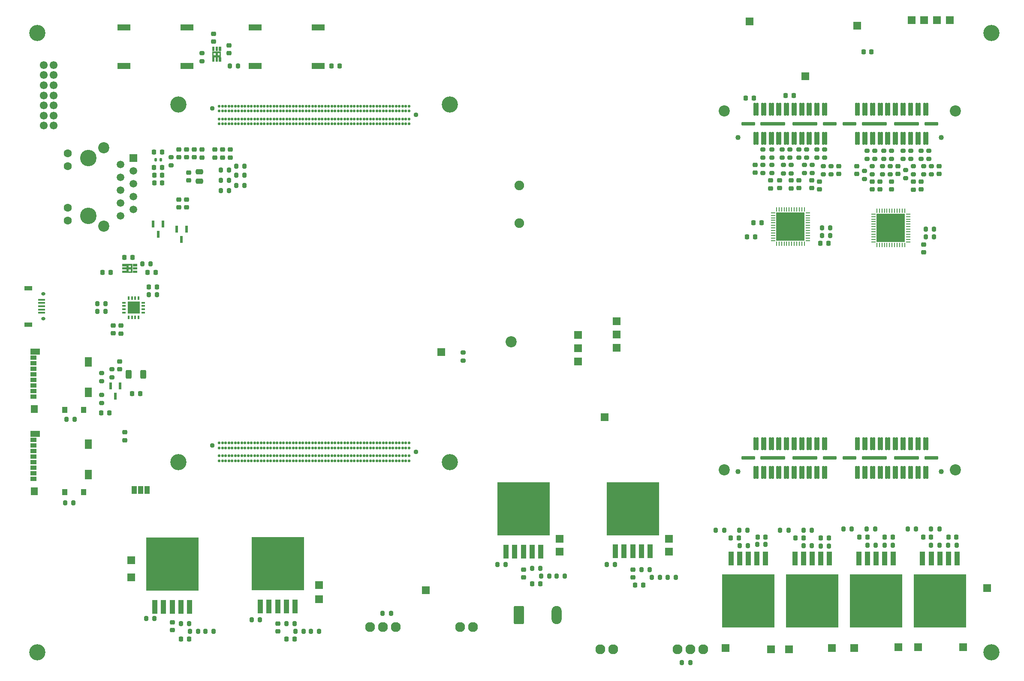
<source format=gts>
%TF.GenerationSoftware,KiCad,Pcbnew,9.0.2*%
%TF.CreationDate,2025-10-03T13:51:35-05:00*%
%TF.ProjectId,PSEC5_Ctrl_Board,50534543-355f-4437-9472-6c5f426f6172,rev?*%
%TF.SameCoordinates,Original*%
%TF.FileFunction,Soldermask,Top*%
%TF.FilePolarity,Negative*%
%FSLAX46Y46*%
G04 Gerber Fmt 4.6, Leading zero omitted, Abs format (unit mm)*
G04 Created by KiCad (PCBNEW 9.0.2) date 2025-10-03 13:51:35*
%MOMM*%
%LPD*%
G01*
G04 APERTURE LIST*
G04 Aperture macros list*
%AMRoundRect*
0 Rectangle with rounded corners*
0 $1 Rounding radius*
0 $2 $3 $4 $5 $6 $7 $8 $9 X,Y pos of 4 corners*
0 Add a 4 corners polygon primitive as box body*
4,1,4,$2,$3,$4,$5,$6,$7,$8,$9,$2,$3,0*
0 Add four circle primitives for the rounded corners*
1,1,$1+$1,$2,$3*
1,1,$1+$1,$4,$5*
1,1,$1+$1,$6,$7*
1,1,$1+$1,$8,$9*
0 Add four rect primitives between the rounded corners*
20,1,$1+$1,$2,$3,$4,$5,0*
20,1,$1+$1,$4,$5,$6,$7,0*
20,1,$1+$1,$6,$7,$8,$9,0*
20,1,$1+$1,$8,$9,$2,$3,0*%
G04 Aperture macros list end*
%ADD10C,0.000000*%
%ADD11R,1.500000X1.500000*%
%ADD12C,1.955800*%
%ADD13RoundRect,0.200000X0.275000X-0.200000X0.275000X0.200000X-0.275000X0.200000X-0.275000X-0.200000X0*%
%ADD14RoundRect,0.200000X-0.275000X0.200000X-0.275000X-0.200000X0.275000X-0.200000X0.275000X0.200000X0*%
%ADD15R,2.500000X1.200000*%
%ADD16C,3.250000*%
%ADD17C,1.500000*%
%ADD18C,1.600000*%
%ADD19C,2.200000*%
%ADD20RoundRect,0.200000X0.200000X0.275000X-0.200000X0.275000X-0.200000X-0.275000X0.200000X-0.275000X0*%
%ADD21RoundRect,0.225000X-0.225000X-0.250000X0.225000X-0.250000X0.225000X0.250000X-0.225000X0.250000X0*%
%ADD22RoundRect,0.225000X-0.250000X0.225000X-0.250000X-0.225000X0.250000X-0.225000X0.250000X0.225000X0*%
%ADD23RoundRect,0.200000X-0.200000X-0.275000X0.200000X-0.275000X0.200000X0.275000X-0.200000X0.275000X0*%
%ADD24RoundRect,0.225000X0.250000X-0.225000X0.250000X0.225000X-0.250000X0.225000X-0.250000X-0.225000X0*%
%ADD25R,1.143000X0.812800*%
%ADD26R,1.041400X1.244600*%
%ADD27R,1.397000X1.600200*%
%ADD28R,1.854200X1.219200*%
%ADD29R,1.397000X1.955800*%
%ADD30C,3.200000*%
%ADD31C,1.905000*%
%ADD32RoundRect,0.225000X0.225000X0.250000X-0.225000X0.250000X-0.225000X-0.250000X0.225000X-0.250000X0*%
%ADD33R,1.016000X2.692400*%
%ADD34R,10.414000X10.464800*%
%ADD35R,0.812800X0.254000*%
%ADD36R,0.254000X0.812800*%
%ADD37R,5.638800X5.638800*%
%ADD38R,0.300000X0.700000*%
%ADD39C,1.549400*%
%ADD40R,0.558800X1.320800*%
%ADD41RoundRect,0.250000X-0.312500X-0.625000X0.312500X-0.625000X0.312500X0.625000X-0.312500X0.625000X0*%
%ADD42R,0.304800X0.762000*%
%ADD43R,0.762000X0.304800*%
%ADD44R,2.489200X2.489200*%
%ADD45C,0.950000*%
%ADD46C,0.560000*%
%ADD47R,1.000000X1.500000*%
%ADD48R,1.346200X0.406400*%
%ADD49O,0.850000X0.650000*%
%ADD50R,1.498600X0.812800*%
%ADD51R,0.700000X0.300000*%
%ADD52RoundRect,0.250000X-0.475000X0.250000X-0.475000X-0.250000X0.475000X-0.250000X0.475000X0.250000X0*%
%ADD53C,1.020000*%
%ADD54RoundRect,0.102000X0.140000X1.135000X-0.140000X1.135000X-0.140000X-1.135000X0.140000X-1.135000X0*%
%ADD55RoundRect,0.102000X1.270000X0.215000X-1.270000X0.215000X-1.270000X-0.215000X1.270000X-0.215000X0*%
%ADD56RoundRect,0.102000X2.350000X0.215000X-2.350000X0.215000X-2.350000X-0.215000X2.350000X-0.215000X0*%
%ADD57RoundRect,0.135000X0.135000X0.185000X-0.135000X0.185000X-0.135000X-0.185000X0.135000X-0.185000X0*%
%ADD58RoundRect,0.250000X-0.750000X-1.550000X0.750000X-1.550000X0.750000X1.550000X-0.750000X1.550000X0*%
%ADD59O,2.000000X3.600000*%
G04 APERTURE END LIST*
D10*
%TO.C,U12*%
G36*
X102418299Y-47273500D02*
G01*
X102148399Y-47273500D01*
X102148399Y-46130500D01*
X102418299Y-46130500D01*
X102418299Y-47273500D01*
G37*
G36*
X102582000Y-46072001D02*
G01*
X102141998Y-46072001D01*
X102141998Y-45232000D01*
X102582000Y-45232000D01*
X102582000Y-46072001D01*
G37*
G36*
X102582000Y-48172000D02*
G01*
X102141998Y-48172000D01*
X102141998Y-47331999D01*
X102582000Y-47331999D01*
X102582000Y-48172000D01*
G37*
G36*
X103205699Y-47273500D02*
G01*
X102818299Y-47273500D01*
X102818299Y-46130500D01*
X103205699Y-46130500D01*
X103205699Y-47273500D01*
G37*
G36*
X103231999Y-46072001D02*
G01*
X102791999Y-46072001D01*
X102791999Y-45232000D01*
X103231999Y-45232000D01*
X103231999Y-46072001D01*
G37*
G36*
X103231999Y-48172000D02*
G01*
X102791999Y-48172000D01*
X102791999Y-47331999D01*
X103231999Y-47331999D01*
X103231999Y-48172000D01*
G37*
G36*
X103875599Y-46502000D02*
G01*
X102148399Y-46502000D01*
X102148399Y-46130500D01*
X103875599Y-46130500D01*
X103875599Y-46502000D01*
G37*
G36*
X103875599Y-47273500D02*
G01*
X103605699Y-47273500D01*
X103605699Y-46130500D01*
X103875599Y-46130500D01*
X103875599Y-47273500D01*
G37*
G36*
X103875599Y-47273500D02*
G01*
X102148399Y-47273500D01*
X102148399Y-46902000D01*
X103875599Y-46902000D01*
X103875599Y-47273500D01*
G37*
G36*
X103882000Y-46072001D02*
G01*
X103441998Y-46072001D01*
X103441998Y-45232000D01*
X103882000Y-45232000D01*
X103882000Y-46072001D01*
G37*
G36*
X103882000Y-48172000D02*
G01*
X103441998Y-48172000D01*
X103441998Y-47331999D01*
X103882000Y-47331999D01*
X103882000Y-48172000D01*
G37*
%TO.C,U11*%
G36*
X85188001Y-88582002D02*
G01*
X84348000Y-88582002D01*
X84348000Y-88142000D01*
X85188001Y-88142000D01*
X85188001Y-88582002D01*
G37*
G36*
X85188001Y-89232001D02*
G01*
X84348000Y-89232001D01*
X84348000Y-88792001D01*
X85188001Y-88792001D01*
X85188001Y-89232001D01*
G37*
G36*
X85188001Y-89882002D02*
G01*
X84348000Y-89882002D01*
X84348000Y-89442000D01*
X85188001Y-89442000D01*
X85188001Y-89882002D01*
G37*
G36*
X85618000Y-89875601D02*
G01*
X85246500Y-89875601D01*
X85246500Y-88148401D01*
X85618000Y-88148401D01*
X85618000Y-89875601D01*
G37*
G36*
X86389500Y-88418301D02*
G01*
X85246500Y-88418301D01*
X85246500Y-88148401D01*
X86389500Y-88148401D01*
X86389500Y-88418301D01*
G37*
G36*
X86389500Y-89205701D02*
G01*
X85246500Y-89205701D01*
X85246500Y-88818301D01*
X86389500Y-88818301D01*
X86389500Y-89205701D01*
G37*
G36*
X86389500Y-89875601D02*
G01*
X85246500Y-89875601D01*
X85246500Y-89605701D01*
X86389500Y-89605701D01*
X86389500Y-89875601D01*
G37*
G36*
X86389500Y-89875601D02*
G01*
X86018000Y-89875601D01*
X86018000Y-88148401D01*
X86389500Y-88148401D01*
X86389500Y-89875601D01*
G37*
G36*
X87288000Y-88582002D02*
G01*
X86447999Y-88582002D01*
X86447999Y-88142000D01*
X87288000Y-88142000D01*
X87288000Y-88582002D01*
G37*
G36*
X87288000Y-89232001D02*
G01*
X86447999Y-89232001D01*
X86447999Y-88792001D01*
X87288000Y-88792001D01*
X87288000Y-89232001D01*
G37*
G36*
X87288000Y-89882002D02*
G01*
X86447999Y-89882002D01*
X86447999Y-89442000D01*
X87288000Y-89442000D01*
X87288000Y-89882002D01*
G37*
%TD*%
D11*
%TO.C,TP21*%
X123190000Y-151638000D03*
%TD*%
D12*
%TO.C,U16*%
X199060000Y-164286000D03*
X196520000Y-164286000D03*
X193980000Y-164286000D03*
X181280000Y-164286000D03*
X178740000Y-164286000D03*
%TD*%
D13*
%TO.C,R68*%
X80264000Y-115633000D03*
X80264000Y-113983000D03*
%TD*%
D14*
%TO.C,R62*%
X219075000Y-68517000D03*
X219075000Y-70167000D03*
%TD*%
D15*
%TO.C,SW2*%
X123090000Y-41402000D03*
X110590000Y-41402000D03*
X123090000Y-49022000D03*
X110590000Y-49022000D03*
%TD*%
D16*
%TO.C,T1*%
X77694000Y-67183000D03*
X77694000Y-78613000D03*
D11*
X86584000Y-67183000D03*
D17*
X84044000Y-68453000D03*
X86584000Y-69723000D03*
X84044000Y-70993000D03*
X86584000Y-72263000D03*
X84044000Y-73533000D03*
X86584000Y-74803000D03*
X84044000Y-76073000D03*
X86584000Y-77343000D03*
X84044000Y-78613000D03*
D18*
X73614000Y-66268000D03*
X73614000Y-68808000D03*
X73614000Y-76988000D03*
X73614000Y-79528000D03*
D19*
X80744000Y-65153000D03*
X80744000Y-80643000D03*
%TD*%
D20*
%TO.C,R18*%
X244665000Y-81280000D03*
X243015000Y-81280000D03*
%TD*%
D21*
%TO.C,C27*%
X116827000Y-162306000D03*
X118377000Y-162306000D03*
%TD*%
D20*
%TO.C,R83*%
X74993000Y-118872000D03*
X73343000Y-118872000D03*
%TD*%
D22*
%TO.C,C7*%
X214122000Y-71615000D03*
X214122000Y-73165000D03*
%TD*%
D21*
%TO.C,C122*%
X86347000Y-113792000D03*
X87897000Y-113792000D03*
%TD*%
%TO.C,C18*%
X165341000Y-151384000D03*
X166891000Y-151384000D03*
%TD*%
D11*
%TO.C,TP33*%
X174400000Y-107400000D03*
%TD*%
D14*
%TO.C,R72*%
X210820000Y-65469000D03*
X210820000Y-67119000D03*
%TD*%
D23*
%TO.C,R26*%
X106871000Y-70612000D03*
X108521000Y-70612000D03*
%TD*%
D24*
%TO.C,C61*%
X97028000Y-76975000D03*
X97028000Y-75425000D03*
%TD*%
%TO.C,C94*%
X83820000Y-108979000D03*
X83820000Y-107429000D03*
%TD*%
D25*
%TO.C,J6*%
X66868500Y-114357000D03*
X66868500Y-113257000D03*
X66868500Y-112156999D03*
X66868500Y-111056999D03*
X66868500Y-109956999D03*
X66868500Y-108856998D03*
X66868500Y-107757001D03*
X66868500Y-106657000D03*
D26*
X73018500Y-116992001D03*
X76718500Y-116992001D03*
D27*
X66993501Y-116817000D03*
D28*
X67218499Y-105497000D03*
D29*
X77693500Y-107522010D03*
X77693500Y-113492011D03*
%TD*%
D11*
%TO.C,TP2*%
X192278000Y-142494000D03*
%TD*%
%TO.C,TP28*%
X247800000Y-39900000D03*
%TD*%
D30*
%TO.C,H6*%
X149068000Y-56655000D03*
%TD*%
D31*
%TO.C,J7*%
X162774899Y-72602400D03*
X162774899Y-80102400D03*
%TD*%
D32*
%TO.C,C22*%
X206075000Y-142300000D03*
X204525000Y-142300000D03*
%TD*%
D22*
%TO.C,C66*%
X84074000Y-100330000D03*
X84074000Y-101880000D03*
%TD*%
D32*
%TO.C,C4*%
X187211000Y-151638000D03*
X185661000Y-151638000D03*
%TD*%
D11*
%TO.C,TP31*%
X174400000Y-102200000D03*
%TD*%
D14*
%TO.C,R53*%
X214630000Y-65469000D03*
X214630000Y-67119000D03*
%TD*%
D23*
%TO.C,R28*%
X106871000Y-68834000D03*
X108521000Y-68834000D03*
%TD*%
D32*
%TO.C,C20*%
X218875000Y-142300000D03*
X217325000Y-142300000D03*
%TD*%
D14*
%TO.C,R15*%
X242062000Y-65723000D03*
X242062000Y-67373000D03*
%TD*%
D23*
%TO.C,R42*%
X231475000Y-143700000D03*
X233125000Y-143700000D03*
%TD*%
D14*
%TO.C,R98*%
X212598000Y-68517000D03*
X212598000Y-70167000D03*
%TD*%
%TO.C,R25*%
X236220000Y-65723000D03*
X236220000Y-67373000D03*
%TD*%
D22*
%TO.C,C74*%
X229362000Y-68821000D03*
X229362000Y-70371000D03*
%TD*%
D14*
%TO.C,R58*%
X82296000Y-108903000D03*
X82296000Y-110553000D03*
%TD*%
D21*
%TO.C,C12*%
X234925000Y-142100000D03*
X236475000Y-142100000D03*
%TD*%
D15*
%TO.C,SW1*%
X97182000Y-41402000D03*
X84682000Y-41402000D03*
X97182000Y-49022000D03*
X84682000Y-49022000D03*
%TD*%
D32*
%TO.C,C109*%
X209309000Y-82804000D03*
X207759000Y-82804000D03*
%TD*%
D33*
%TO.C,LDO4*%
X111658400Y-155854400D03*
X113360200Y-155854400D03*
X115062000Y-155854400D03*
X116763800Y-155854400D03*
X118465600Y-155854400D03*
D34*
X115062000Y-147421600D03*
%TD*%
D14*
%TO.C,R51*%
X217932000Y-65469000D03*
X217932000Y-67119000D03*
%TD*%
D23*
%TO.C,R14*%
X100775000Y-160782000D03*
X102425000Y-160782000D03*
%TD*%
D32*
%TO.C,C46*%
X92228000Y-72136000D03*
X90678000Y-72136000D03*
%TD*%
D24*
%TO.C,C21*%
X105664000Y-67082000D03*
X105664000Y-65532000D03*
%TD*%
D23*
%TO.C,R29*%
X194875000Y-166900000D03*
X196525000Y-166900000D03*
%TD*%
D21*
%TO.C,C3*%
X247525000Y-142100000D03*
X249075000Y-142100000D03*
%TD*%
D35*
%TO.C,ADC2*%
X212902800Y-78018000D03*
X212902800Y-78517999D03*
X212902800Y-79018001D03*
X212902800Y-79518000D03*
X212902800Y-80017999D03*
X212902800Y-80518000D03*
X212902800Y-81018000D03*
X212902800Y-81518001D03*
X212902800Y-82018000D03*
X212902800Y-82517999D03*
X212902800Y-83018001D03*
X212902800Y-83518000D03*
D36*
X213556400Y-84171600D03*
X214056399Y-84171600D03*
X214556401Y-84171600D03*
X215056400Y-84171600D03*
X215556399Y-84171600D03*
X216056400Y-84171600D03*
X216556400Y-84171600D03*
X217056401Y-84171600D03*
X217556400Y-84171600D03*
X218056399Y-84171600D03*
X218556401Y-84171600D03*
X219056400Y-84171600D03*
D35*
X219710000Y-83518000D03*
X219710000Y-83018001D03*
X219710000Y-82517999D03*
X219710000Y-82018000D03*
X219710000Y-81518001D03*
X219710000Y-81018000D03*
X219710000Y-80518000D03*
X219710000Y-80017999D03*
X219710000Y-79518000D03*
X219710000Y-79018001D03*
X219710000Y-78517999D03*
X219710000Y-78018000D03*
D36*
X219056400Y-77364400D03*
X218556401Y-77364400D03*
X218056399Y-77364400D03*
X217556400Y-77364400D03*
X217056401Y-77364400D03*
X216556400Y-77364400D03*
X216056400Y-77364400D03*
X215556399Y-77364400D03*
X215056400Y-77364400D03*
X214556401Y-77364400D03*
X214056399Y-77364400D03*
X213556400Y-77364400D03*
D37*
X216306400Y-80768000D03*
%TD*%
D38*
%TO.C,U12*%
X103661998Y-45652000D03*
X103011999Y-45652000D03*
X102362000Y-45652000D03*
X102362000Y-47752000D03*
X103011999Y-47752000D03*
X103661998Y-47752000D03*
%TD*%
D23*
%TO.C,R38*%
X222275000Y-143900000D03*
X223925000Y-143900000D03*
%TD*%
D24*
%TO.C,C52*%
X100089000Y-67082000D03*
X100089000Y-65532000D03*
%TD*%
D14*
%TO.C,R96*%
X222758000Y-68771000D03*
X222758000Y-70421000D03*
%TD*%
D22*
%TO.C,C15*%
X94234000Y-158991000D03*
X94234000Y-160541000D03*
%TD*%
D11*
%TO.C,TP32*%
X174400000Y-104800000D03*
%TD*%
D21*
%TO.C,R86*%
X215379000Y-54864000D03*
X216929000Y-54864000D03*
%TD*%
D11*
%TO.C,TP8*%
X228900000Y-164100000D03*
%TD*%
%TO.C,TP15*%
X179600000Y-118400000D03*
%TD*%
D39*
%TO.C,J12*%
X68834000Y-48799999D03*
X70834001Y-48799999D03*
X68834000Y-50800000D03*
X70834001Y-50800000D03*
X68834000Y-52799999D03*
X70834001Y-52799999D03*
X68834000Y-54800000D03*
X70834001Y-54800000D03*
X68834000Y-56800001D03*
X70834001Y-56800001D03*
X68834000Y-58799999D03*
X70834001Y-58799999D03*
X68834000Y-60800001D03*
X70834001Y-60800001D03*
%TD*%
D14*
%TO.C,R80*%
X242570000Y-68771000D03*
X242570000Y-70421000D03*
%TD*%
D40*
%TO.C,Q4*%
X83944501Y-112268000D03*
X82044499Y-112268000D03*
X82994500Y-114300000D03*
%TD*%
D14*
%TO.C,R54*%
X212598000Y-65469000D03*
X212598000Y-67119000D03*
%TD*%
D25*
%TO.C,J3*%
X66868500Y-130613000D03*
X66868500Y-129513000D03*
X66868500Y-128412999D03*
X66868500Y-127312999D03*
X66868500Y-126212999D03*
X66868500Y-125112998D03*
X66868500Y-124013001D03*
X66868500Y-122913000D03*
D26*
X73018500Y-133248001D03*
X76718500Y-133248001D03*
D27*
X66993501Y-133073000D03*
D28*
X67218499Y-121753000D03*
D29*
X77693500Y-123778010D03*
X77693500Y-129748011D03*
%TD*%
D11*
%TO.C,TP4*%
X170688000Y-142494000D03*
%TD*%
%TO.C,TP17*%
X255100000Y-152200000D03*
%TD*%
%TO.C,TP6*%
X216000000Y-164300000D03*
%TD*%
%TO.C,TP23*%
X86106000Y-146664000D03*
%TD*%
D22*
%TO.C,C111*%
X242570000Y-84315000D03*
X242570000Y-85865000D03*
%TD*%
D20*
%TO.C,R101*%
X245725000Y-140500000D03*
X244075000Y-140500000D03*
%TD*%
D23*
%TO.C,R13*%
X95949000Y-159258000D03*
X97599000Y-159258000D03*
%TD*%
D30*
%TO.C,H2*%
X256000000Y-42500000D03*
%TD*%
D14*
%TO.C,R46*%
X232918000Y-65723000D03*
X232918000Y-67373000D03*
%TD*%
D23*
%TO.C,R12*%
X89091000Y-158242000D03*
X90741000Y-158242000D03*
%TD*%
D22*
%TO.C,C77*%
X233934000Y-71869000D03*
X233934000Y-73419000D03*
%TD*%
D23*
%TO.C,R103*%
X118555000Y-160782000D03*
X120205000Y-160782000D03*
%TD*%
D14*
%TO.C,R90*%
X239014000Y-69533000D03*
X239014000Y-71183000D03*
%TD*%
D41*
%TO.C,FB2*%
X85598000Y-109982000D03*
X88523000Y-109982000D03*
%TD*%
D42*
%TO.C,U9*%
X87588999Y-94856300D03*
X86939001Y-94856300D03*
X86288999Y-94856300D03*
X85639001Y-94856300D03*
D43*
X84696300Y-95799001D03*
X84696300Y-96448999D03*
X84696300Y-97099001D03*
X84696300Y-97748999D03*
D42*
X85639001Y-98691700D03*
X86288999Y-98691700D03*
X86939001Y-98691700D03*
X87588999Y-98691700D03*
D43*
X88531700Y-97748999D03*
X88531700Y-97099001D03*
X88531700Y-96448999D03*
X88531700Y-95799001D03*
D44*
X86614000Y-96774000D03*
%TD*%
D21*
%TO.C,C26*%
X95999000Y-162306000D03*
X97549000Y-162306000D03*
%TD*%
D23*
%TO.C,R33*%
X192024000Y-150114000D03*
X193674000Y-150114000D03*
%TD*%
D24*
%TO.C,C63*%
X95530000Y-76975000D03*
X95530000Y-75425000D03*
%TD*%
%TO.C,C49*%
X97028000Y-67069000D03*
X97028000Y-65519000D03*
%TD*%
D32*
%TO.C,C48*%
X92228000Y-70612000D03*
X90678000Y-70612000D03*
%TD*%
D22*
%TO.C,C25*%
X221996000Y-71869000D03*
X221996000Y-73419000D03*
%TD*%
D45*
%TO.C,J10*%
X102108000Y-57404000D03*
X142378000Y-58674000D03*
D46*
X140975500Y-56924000D03*
X140340500Y-56924000D03*
X139705500Y-56924000D03*
X139070500Y-56924000D03*
X138435500Y-56924000D03*
X137800500Y-56924000D03*
X137165500Y-56924000D03*
X136530500Y-56924000D03*
X135895500Y-56924000D03*
X135260500Y-56924000D03*
X134625500Y-56924000D03*
X133990500Y-56924000D03*
X133355500Y-56924000D03*
X132720500Y-56924000D03*
X132085500Y-56924000D03*
X131450500Y-56924000D03*
X130815500Y-56924000D03*
X130180500Y-56924000D03*
X129545500Y-56924000D03*
X128910500Y-56924000D03*
X128275500Y-56924000D03*
X127640500Y-56924000D03*
X127005500Y-56924000D03*
X126370500Y-56924000D03*
X125735500Y-56924000D03*
X125100500Y-56924000D03*
X124465500Y-56924000D03*
X123830500Y-56924000D03*
X123195500Y-56924000D03*
X122560500Y-56924000D03*
X121925500Y-56924000D03*
X121290500Y-56924000D03*
X120655500Y-56924000D03*
X120020500Y-56924000D03*
X119385500Y-56924000D03*
X118750500Y-56924000D03*
X118115500Y-56924000D03*
X117480500Y-56924000D03*
X116845500Y-56924000D03*
X116210500Y-56924000D03*
X115575500Y-56924000D03*
X114940500Y-56924000D03*
X114305500Y-56924000D03*
X113670500Y-56924000D03*
X113035500Y-56924000D03*
X112400500Y-56924000D03*
X111765500Y-56924000D03*
X111130500Y-56924000D03*
X110495500Y-56924000D03*
X109860500Y-56924000D03*
X109225500Y-56924000D03*
X108590500Y-56924000D03*
X107955500Y-56924000D03*
X107320500Y-56924000D03*
X106685500Y-56924000D03*
X106050500Y-56924000D03*
X105415500Y-56924000D03*
X104780500Y-56924000D03*
X104145500Y-56924000D03*
X103510500Y-56924000D03*
X140975500Y-57884000D03*
X140340500Y-57884000D03*
X139705500Y-57884000D03*
X139070500Y-57884000D03*
X138435500Y-57884000D03*
X137800500Y-57884000D03*
X137165500Y-57884000D03*
X136530500Y-57884000D03*
X135895500Y-57884000D03*
X135260500Y-57884000D03*
X134625500Y-57884000D03*
X133990500Y-57884000D03*
X133355500Y-57884000D03*
X132720500Y-57884000D03*
X132085500Y-57884000D03*
X131450500Y-57884000D03*
X130815500Y-57884000D03*
X130180500Y-57884000D03*
X129545500Y-57884000D03*
X128910500Y-57884000D03*
X128275500Y-57884000D03*
X127640500Y-57884000D03*
X127005500Y-57884000D03*
X126370500Y-57884000D03*
X125735500Y-57884000D03*
X125100500Y-57884000D03*
X124465500Y-57884000D03*
X123830500Y-57884000D03*
X123195500Y-57884000D03*
X122560500Y-57884000D03*
X121925500Y-57884000D03*
X121290500Y-57884000D03*
X120655500Y-57884000D03*
X120020500Y-57884000D03*
X119385500Y-57884000D03*
X118750500Y-57884000D03*
X118115500Y-57884000D03*
X117480500Y-57884000D03*
X116845500Y-57884000D03*
X116210500Y-57884000D03*
X115575500Y-57884000D03*
X114940500Y-57884000D03*
X114305500Y-57884000D03*
X113670500Y-57884000D03*
X113035500Y-57884000D03*
X112400500Y-57884000D03*
X111765500Y-57884000D03*
X111130500Y-57884000D03*
X110495500Y-57884000D03*
X109860500Y-57884000D03*
X109225500Y-57884000D03*
X108590500Y-57884000D03*
X107955500Y-57884000D03*
X107320500Y-57884000D03*
X106685500Y-57884000D03*
X106050500Y-57884000D03*
X105415500Y-57884000D03*
X104780500Y-57884000D03*
X104145500Y-57884000D03*
X103510500Y-57884000D03*
X140975500Y-59464000D03*
X140340500Y-59464000D03*
X139705500Y-59464000D03*
X139070500Y-59464000D03*
X138435500Y-59464000D03*
X137800500Y-59464000D03*
X137165500Y-59464000D03*
X136530500Y-59464000D03*
X135895500Y-59464000D03*
X135260500Y-59464000D03*
X134625500Y-59464000D03*
X133990500Y-59464000D03*
X133355500Y-59464000D03*
X132720500Y-59464000D03*
X132085500Y-59464000D03*
X131450500Y-59464000D03*
X130815500Y-59464000D03*
X130180500Y-59464000D03*
X129545500Y-59464000D03*
X128910500Y-59464000D03*
X128275500Y-59464000D03*
X127640500Y-59464000D03*
X127005500Y-59464000D03*
X126370500Y-59464000D03*
X125735500Y-59464000D03*
X125100500Y-59464000D03*
X124465500Y-59464000D03*
X123830500Y-59464000D03*
X123195500Y-59464000D03*
X122560500Y-59464000D03*
X121925500Y-59464000D03*
X121290500Y-59464000D03*
X120655500Y-59464000D03*
X120020500Y-59464000D03*
X119385500Y-59464000D03*
X118750500Y-59464000D03*
X118115500Y-59464000D03*
X117480500Y-59464000D03*
X116845500Y-59464000D03*
X116210500Y-59464000D03*
X115575500Y-59464000D03*
X114940500Y-59464000D03*
X114305500Y-59464000D03*
X113670500Y-59464000D03*
X113035500Y-59464000D03*
X112400500Y-59464000D03*
X111765500Y-59464000D03*
X111130500Y-59464000D03*
X110495500Y-59464000D03*
X109860500Y-59464000D03*
X109225500Y-59464000D03*
X108590500Y-59464000D03*
X107955500Y-59464000D03*
X107320500Y-59464000D03*
X106685500Y-59464000D03*
X106050500Y-59464000D03*
X105415500Y-59464000D03*
X104780500Y-59464000D03*
X104145500Y-59464000D03*
X103510500Y-59464000D03*
X140975500Y-60424000D03*
X140340500Y-60424000D03*
X139705500Y-60424000D03*
X139070500Y-60424000D03*
X138435500Y-60424000D03*
X137800500Y-60424000D03*
X137165500Y-60424000D03*
X136530500Y-60424000D03*
X135895500Y-60424000D03*
X135260500Y-60424000D03*
X134625500Y-60424000D03*
X133990500Y-60424000D03*
X133355500Y-60424000D03*
X132720500Y-60424000D03*
X132085500Y-60424000D03*
X131450500Y-60424000D03*
X130815500Y-60424000D03*
X130180500Y-60424000D03*
X129545500Y-60424000D03*
X128910500Y-60424000D03*
X128275500Y-60424000D03*
X127640500Y-60424000D03*
X127005500Y-60424000D03*
X126370500Y-60424000D03*
X125735500Y-60424000D03*
X125100500Y-60424000D03*
X124465500Y-60424000D03*
X123830500Y-60424000D03*
X123195500Y-60424000D03*
X122560500Y-60424000D03*
X121925500Y-60424000D03*
X121290500Y-60424000D03*
X120655500Y-60424000D03*
X120020500Y-60424000D03*
X119385500Y-60424000D03*
X118750500Y-60424000D03*
X118115500Y-60424000D03*
X117480500Y-60424000D03*
X116845500Y-60424000D03*
X116210500Y-60424000D03*
X115575500Y-60424000D03*
X114940500Y-60424000D03*
X114305500Y-60424000D03*
X113670500Y-60424000D03*
X113035500Y-60424000D03*
X112400500Y-60424000D03*
X111765500Y-60424000D03*
X111130500Y-60424000D03*
X110495500Y-60424000D03*
X109860500Y-60424000D03*
X109225500Y-60424000D03*
X108590500Y-60424000D03*
X107955500Y-60424000D03*
X107320500Y-60424000D03*
X106685500Y-60424000D03*
X106050500Y-60424000D03*
X105415500Y-60424000D03*
X104780500Y-60424000D03*
X104145500Y-60424000D03*
X103510500Y-60424000D03*
%TD*%
D11*
%TO.C,TP13*%
X212500000Y-164300000D03*
%TD*%
D23*
%TO.C,R36*%
X170117000Y-149860000D03*
X171767000Y-149860000D03*
%TD*%
D22*
%TO.C,C98*%
X245618000Y-68821000D03*
X245618000Y-70371000D03*
%TD*%
D14*
%TO.C,R99*%
X210820000Y-68517000D03*
X210820000Y-70167000D03*
%TD*%
D30*
%TO.C,H1*%
X67600000Y-42500000D03*
%TD*%
D11*
%TO.C,TP1*%
X192278000Y-145034000D03*
%TD*%
D20*
%TO.C,R107*%
X220525000Y-140800000D03*
X218875000Y-140800000D03*
%TD*%
%TO.C,R87*%
X81089000Y-97536000D03*
X79439000Y-97536000D03*
%TD*%
D11*
%TO.C,TP16*%
X144300000Y-152600000D03*
%TD*%
D32*
%TO.C,C45*%
X82055000Y-89776300D03*
X80505000Y-89776300D03*
%TD*%
D45*
%TO.C,J5*%
X102108000Y-124016000D03*
X142378000Y-125286000D03*
D46*
X140975500Y-123536000D03*
X140340500Y-123536000D03*
X139705500Y-123536000D03*
X139070500Y-123536000D03*
X138435500Y-123536000D03*
X137800500Y-123536000D03*
X137165500Y-123536000D03*
X136530500Y-123536000D03*
X135895500Y-123536000D03*
X135260500Y-123536000D03*
X134625500Y-123536000D03*
X133990500Y-123536000D03*
X133355500Y-123536000D03*
X132720500Y-123536000D03*
X132085500Y-123536000D03*
X131450500Y-123536000D03*
X130815500Y-123536000D03*
X130180500Y-123536000D03*
X129545500Y-123536000D03*
X128910500Y-123536000D03*
X128275500Y-123536000D03*
X127640500Y-123536000D03*
X127005500Y-123536000D03*
X126370500Y-123536000D03*
X125735500Y-123536000D03*
X125100500Y-123536000D03*
X124465500Y-123536000D03*
X123830500Y-123536000D03*
X123195500Y-123536000D03*
X122560500Y-123536000D03*
X121925500Y-123536000D03*
X121290500Y-123536000D03*
X120655500Y-123536000D03*
X120020500Y-123536000D03*
X119385500Y-123536000D03*
X118750500Y-123536000D03*
X118115500Y-123536000D03*
X117480500Y-123536000D03*
X116845500Y-123536000D03*
X116210500Y-123536000D03*
X115575500Y-123536000D03*
X114940500Y-123536000D03*
X114305500Y-123536000D03*
X113670500Y-123536000D03*
X113035500Y-123536000D03*
X112400500Y-123536000D03*
X111765500Y-123536000D03*
X111130500Y-123536000D03*
X110495500Y-123536000D03*
X109860500Y-123536000D03*
X109225500Y-123536000D03*
X108590500Y-123536000D03*
X107955500Y-123536000D03*
X107320500Y-123536000D03*
X106685500Y-123536000D03*
X106050500Y-123536000D03*
X105415500Y-123536000D03*
X104780500Y-123536000D03*
X104145500Y-123536000D03*
X103510500Y-123536000D03*
X140975500Y-124496000D03*
X140340500Y-124496000D03*
X139705500Y-124496000D03*
X139070500Y-124496000D03*
X138435500Y-124496000D03*
X137800500Y-124496000D03*
X137165500Y-124496000D03*
X136530500Y-124496000D03*
X135895500Y-124496000D03*
X135260500Y-124496000D03*
X134625500Y-124496000D03*
X133990500Y-124496000D03*
X133355500Y-124496000D03*
X132720500Y-124496000D03*
X132085500Y-124496000D03*
X131450500Y-124496000D03*
X130815500Y-124496000D03*
X130180500Y-124496000D03*
X129545500Y-124496000D03*
X128910500Y-124496000D03*
X128275500Y-124496000D03*
X127640500Y-124496000D03*
X127005500Y-124496000D03*
X126370500Y-124496000D03*
X125735500Y-124496000D03*
X125100500Y-124496000D03*
X124465500Y-124496000D03*
X123830500Y-124496000D03*
X123195500Y-124496000D03*
X122560500Y-124496000D03*
X121925500Y-124496000D03*
X121290500Y-124496000D03*
X120655500Y-124496000D03*
X120020500Y-124496000D03*
X119385500Y-124496000D03*
X118750500Y-124496000D03*
X118115500Y-124496000D03*
X117480500Y-124496000D03*
X116845500Y-124496000D03*
X116210500Y-124496000D03*
X115575500Y-124496000D03*
X114940500Y-124496000D03*
X114305500Y-124496000D03*
X113670500Y-124496000D03*
X113035500Y-124496000D03*
X112400500Y-124496000D03*
X111765500Y-124496000D03*
X111130500Y-124496000D03*
X110495500Y-124496000D03*
X109860500Y-124496000D03*
X109225500Y-124496000D03*
X108590500Y-124496000D03*
X107955500Y-124496000D03*
X107320500Y-124496000D03*
X106685500Y-124496000D03*
X106050500Y-124496000D03*
X105415500Y-124496000D03*
X104780500Y-124496000D03*
X104145500Y-124496000D03*
X103510500Y-124496000D03*
X140975500Y-126076000D03*
X140340500Y-126076000D03*
X139705500Y-126076000D03*
X139070500Y-126076000D03*
X138435500Y-126076000D03*
X137800500Y-126076000D03*
X137165500Y-126076000D03*
X136530500Y-126076000D03*
X135895500Y-126076000D03*
X135260500Y-126076000D03*
X134625500Y-126076000D03*
X133990500Y-126076000D03*
X133355500Y-126076000D03*
X132720500Y-126076000D03*
X132085500Y-126076000D03*
X131450500Y-126076000D03*
X130815500Y-126076000D03*
X130180500Y-126076000D03*
X129545500Y-126076000D03*
X128910500Y-126076000D03*
X128275500Y-126076000D03*
X127640500Y-126076000D03*
X127005500Y-126076000D03*
X126370500Y-126076000D03*
X125735500Y-126076000D03*
X125100500Y-126076000D03*
X124465500Y-126076000D03*
X123830500Y-126076000D03*
X123195500Y-126076000D03*
X122560500Y-126076000D03*
X121925500Y-126076000D03*
X121290500Y-126076000D03*
X120655500Y-126076000D03*
X120020500Y-126076000D03*
X119385500Y-126076000D03*
X118750500Y-126076000D03*
X118115500Y-126076000D03*
X117480500Y-126076000D03*
X116845500Y-126076000D03*
X116210500Y-126076000D03*
X115575500Y-126076000D03*
X114940500Y-126076000D03*
X114305500Y-126076000D03*
X113670500Y-126076000D03*
X113035500Y-126076000D03*
X112400500Y-126076000D03*
X111765500Y-126076000D03*
X111130500Y-126076000D03*
X110495500Y-126076000D03*
X109860500Y-126076000D03*
X109225500Y-126076000D03*
X108590500Y-126076000D03*
X107955500Y-126076000D03*
X107320500Y-126076000D03*
X106685500Y-126076000D03*
X106050500Y-126076000D03*
X105415500Y-126076000D03*
X104780500Y-126076000D03*
X104145500Y-126076000D03*
X103510500Y-126076000D03*
X140975500Y-127036000D03*
X140340500Y-127036000D03*
X139705500Y-127036000D03*
X139070500Y-127036000D03*
X138435500Y-127036000D03*
X137800500Y-127036000D03*
X137165500Y-127036000D03*
X136530500Y-127036000D03*
X135895500Y-127036000D03*
X135260500Y-127036000D03*
X134625500Y-127036000D03*
X133990500Y-127036000D03*
X133355500Y-127036000D03*
X132720500Y-127036000D03*
X132085500Y-127036000D03*
X131450500Y-127036000D03*
X130815500Y-127036000D03*
X130180500Y-127036000D03*
X129545500Y-127036000D03*
X128910500Y-127036000D03*
X128275500Y-127036000D03*
X127640500Y-127036000D03*
X127005500Y-127036000D03*
X126370500Y-127036000D03*
X125735500Y-127036000D03*
X125100500Y-127036000D03*
X124465500Y-127036000D03*
X123830500Y-127036000D03*
X123195500Y-127036000D03*
X122560500Y-127036000D03*
X121925500Y-127036000D03*
X121290500Y-127036000D03*
X120655500Y-127036000D03*
X120020500Y-127036000D03*
X119385500Y-127036000D03*
X118750500Y-127036000D03*
X118115500Y-127036000D03*
X117480500Y-127036000D03*
X116845500Y-127036000D03*
X116210500Y-127036000D03*
X115575500Y-127036000D03*
X114940500Y-127036000D03*
X114305500Y-127036000D03*
X113670500Y-127036000D03*
X113035500Y-127036000D03*
X112400500Y-127036000D03*
X111765500Y-127036000D03*
X111130500Y-127036000D03*
X110495500Y-127036000D03*
X109860500Y-127036000D03*
X109225500Y-127036000D03*
X108590500Y-127036000D03*
X107955500Y-127036000D03*
X107320500Y-127036000D03*
X106685500Y-127036000D03*
X106050500Y-127036000D03*
X105415500Y-127036000D03*
X104780500Y-127036000D03*
X104145500Y-127036000D03*
X103510500Y-127036000D03*
%TD*%
D23*
%TO.C,R41*%
X234875000Y-143700000D03*
X236525000Y-143700000D03*
%TD*%
D20*
%TO.C,R20*%
X224154000Y-82550000D03*
X222504000Y-82550000D03*
%TD*%
D14*
%TO.C,R93*%
X230886000Y-69724000D03*
X230886000Y-71374000D03*
%TD*%
D11*
%TO.C,TP7*%
X237600000Y-163900000D03*
%TD*%
D30*
%TO.C,H4*%
X256000000Y-164900000D03*
%TD*%
D14*
%TO.C,R92*%
X232410000Y-68771000D03*
X232410000Y-70421000D03*
%TD*%
D30*
%TO.C,H5*%
X95418000Y-56655000D03*
%TD*%
D22*
%TO.C,C14*%
X115062000Y-159245000D03*
X115062000Y-160795000D03*
%TD*%
D24*
%TO.C,C119*%
X102616000Y-67082000D03*
X102616000Y-65532000D03*
%TD*%
D22*
%TO.C,C80*%
X236220000Y-71869000D03*
X236220000Y-73419000D03*
%TD*%
D11*
%TO.C,TP11*%
X147320000Y-105537000D03*
%TD*%
D13*
%TO.C,R66*%
X80264000Y-111315000D03*
X80264000Y-109665000D03*
%TD*%
D33*
%TO.C,LDO9*%
X236603600Y-146340500D03*
X234901800Y-146340500D03*
X233200000Y-146340500D03*
X231498200Y-146340500D03*
X229796400Y-146340500D03*
D34*
X233200000Y-154773300D03*
%TD*%
D13*
%TO.C,R22*%
X93980000Y-68643000D03*
X93980000Y-66993000D03*
%TD*%
D47*
%TO.C,JP1*%
X86700000Y-132800000D03*
X88000000Y-132800000D03*
X89300000Y-132800000D03*
%TD*%
D23*
%TO.C,R45*%
X244075000Y-143700000D03*
X245725000Y-143700000D03*
%TD*%
%TO.C,R39*%
X218875000Y-143800000D03*
X220525000Y-143800000D03*
%TD*%
D22*
%TO.C,C9*%
X216408000Y-71628000D03*
X216408000Y-73178000D03*
%TD*%
D33*
%TO.C,LDO8*%
X160172400Y-144970500D03*
X161874200Y-144970500D03*
X163576000Y-144970500D03*
X165277800Y-144970500D03*
X166979600Y-144970500D03*
D34*
X163576000Y-136537700D03*
%TD*%
D21*
%TO.C,C13*%
X222325000Y-142300000D03*
X223875000Y-142300000D03*
%TD*%
D22*
%TO.C,C72*%
X105410000Y-44945000D03*
X105410000Y-46495000D03*
%TD*%
D23*
%TO.C,R44*%
X247475000Y-143700000D03*
X249125000Y-143700000D03*
%TD*%
D22*
%TO.C,C93*%
X240538000Y-71882000D03*
X240538000Y-73432000D03*
%TD*%
D48*
%TO.C,J14*%
X68475001Y-95200000D03*
X68475001Y-95850001D03*
X68475001Y-96500000D03*
X68475001Y-97149999D03*
X68475001Y-97800000D03*
D49*
X68749321Y-94074998D03*
X68749321Y-98925002D03*
D50*
X65800000Y-92900000D03*
X65800000Y-100100000D03*
%TD*%
D23*
%TO.C,R59*%
X209750000Y-143600000D03*
X211400000Y-143600000D03*
%TD*%
D30*
%TO.C,H7*%
X95418000Y-127305000D03*
%TD*%
D40*
%TO.C,Q8*%
X92390001Y-80264000D03*
X90489999Y-80264000D03*
X91440000Y-82296000D03*
%TD*%
D11*
%TO.C,TP30*%
X182000000Y-104700000D03*
%TD*%
D20*
%TO.C,R40*%
X215925000Y-140800000D03*
X214275000Y-140800000D03*
%TD*%
%TO.C,R55*%
X241125000Y-140500000D03*
X239475000Y-140500000D03*
%TD*%
D23*
%TO.C,R27*%
X103823000Y-69596000D03*
X105473000Y-69596000D03*
%TD*%
%TO.C,R34*%
X186881000Y-148590000D03*
X188531000Y-148590000D03*
%TD*%
%TO.C,R2*%
X109919000Y-158496000D03*
X111569000Y-158496000D03*
%TD*%
D14*
%TO.C,R97*%
X220599000Y-68517000D03*
X220599000Y-70167000D03*
%TD*%
D11*
%TO.C,TP19*%
X219202000Y-51054000D03*
%TD*%
D19*
%TO.C,H14*%
X161117000Y-103487000D03*
%TD*%
D24*
%TO.C,C67*%
X102362000Y-44209000D03*
X102362000Y-42659000D03*
%TD*%
D14*
%TO.C,R16*%
X240030000Y-65723000D03*
X240030000Y-67373000D03*
%TD*%
D11*
%TO.C,TP27*%
X245200000Y-39900000D03*
%TD*%
D23*
%TO.C,R35*%
X158433000Y-147574000D03*
X160083000Y-147574000D03*
%TD*%
D20*
%TO.C,R8*%
X137425000Y-157200000D03*
X135775000Y-157200000D03*
%TD*%
D23*
%TO.C,R102*%
X97727000Y-160782000D03*
X99377000Y-160782000D03*
%TD*%
%TO.C,R104*%
X188913000Y-150114000D03*
X190563000Y-150114000D03*
%TD*%
D22*
%TO.C,C121*%
X84836000Y-121412000D03*
X84836000Y-122962000D03*
%TD*%
D30*
%TO.C,H3*%
X67600000Y-164900000D03*
%TD*%
%TO.C,H8*%
X149068000Y-127305000D03*
%TD*%
D14*
%TO.C,R63*%
X216408000Y-68580000D03*
X216408000Y-70230000D03*
%TD*%
D22*
%TO.C,C97*%
X242062000Y-71869000D03*
X242062000Y-73419000D03*
%TD*%
D20*
%TO.C,R82*%
X207850000Y-140800000D03*
X206200000Y-140800000D03*
%TD*%
D51*
%TO.C,U11*%
X84768000Y-88362002D03*
X84768000Y-89012001D03*
X84768000Y-89662000D03*
X86868000Y-89662000D03*
X86868000Y-89012001D03*
X86868000Y-88362002D03*
%TD*%
D23*
%TO.C,R23*%
X103823000Y-73660000D03*
X105473000Y-73660000D03*
%TD*%
D11*
%TO.C,TP22*%
X123190000Y-154432000D03*
%TD*%
D22*
%TO.C,C8*%
X185166000Y-148577000D03*
X185166000Y-150127000D03*
%TD*%
D11*
%TO.C,TP10*%
X241500000Y-163900000D03*
%TD*%
%TO.C,TP20*%
X229500000Y-41000000D03*
%TD*%
D52*
%TO.C,C59*%
X99568000Y-69916000D03*
X99568000Y-71816000D03*
%TD*%
D11*
%TO.C,TP14*%
X203500000Y-164100000D03*
%TD*%
D21*
%TO.C,C2*%
X209800000Y-142100000D03*
X211350000Y-142100000D03*
%TD*%
D22*
%TO.C,C68*%
X82550000Y-100317000D03*
X82550000Y-101867000D03*
%TD*%
D21*
%TO.C,C42*%
X84823000Y-86868000D03*
X86373000Y-86868000D03*
%TD*%
D53*
%TO.C,J2*%
X246093000Y-63122000D03*
X205957000Y-63122000D03*
D54*
X243275000Y-57582000D03*
X243275000Y-63322000D03*
X242775000Y-57582000D03*
X242775000Y-63322000D03*
X241775000Y-57582000D03*
X241775000Y-63322000D03*
X241275000Y-57582000D03*
X241275000Y-63322000D03*
X240275000Y-57582000D03*
X240275000Y-63322000D03*
X239775000Y-57582000D03*
X239775000Y-63322000D03*
X238775000Y-57582000D03*
X238775000Y-63322000D03*
X238275000Y-57582000D03*
X238275000Y-63322000D03*
X237275000Y-57582000D03*
X237275000Y-63322000D03*
X236775000Y-57582000D03*
X236775000Y-63322000D03*
X235775000Y-57582000D03*
X235775000Y-63322000D03*
X235275000Y-57582000D03*
X235275000Y-63322000D03*
X234275000Y-57582000D03*
X234275000Y-63322000D03*
X233775000Y-57582000D03*
X233775000Y-63322000D03*
X232775000Y-57582000D03*
X232775000Y-63322000D03*
X232275000Y-57582000D03*
X232275000Y-63322000D03*
X231275000Y-57582000D03*
X231275000Y-63322000D03*
X230775000Y-57582000D03*
X230775000Y-63322000D03*
X229775000Y-57582000D03*
X229775000Y-63322000D03*
X229275000Y-57582000D03*
X229275000Y-63322000D03*
X223275000Y-57582000D03*
X223275000Y-63322000D03*
X222775000Y-57582000D03*
X222775000Y-63322000D03*
X221775000Y-57582000D03*
X221775000Y-63322000D03*
X221275000Y-57582000D03*
X221275000Y-63322000D03*
X220275000Y-57582000D03*
X220275000Y-63322000D03*
X219775000Y-57582000D03*
X219775000Y-63322000D03*
X218775000Y-57582000D03*
X218775000Y-63322000D03*
X218275000Y-57582000D03*
X218275000Y-63322000D03*
X217275000Y-57582000D03*
X217275000Y-63322000D03*
X216775000Y-57582000D03*
X216775000Y-63322000D03*
X215775000Y-57582000D03*
X215775000Y-63322000D03*
X215275000Y-57582000D03*
X215275000Y-63322000D03*
X214275000Y-57582000D03*
X214275000Y-63322000D03*
X213775000Y-57582000D03*
X213775000Y-63322000D03*
X212775000Y-57582000D03*
X212775000Y-63322000D03*
X212275000Y-57582000D03*
X212275000Y-63322000D03*
X211275000Y-57582000D03*
X211275000Y-63322000D03*
X210775000Y-57582000D03*
X210775000Y-63322000D03*
X209775000Y-57582000D03*
X209775000Y-63322000D03*
X209275000Y-57582000D03*
X209275000Y-63322000D03*
D55*
X244095000Y-60452000D03*
D56*
X239205000Y-60452000D03*
X232855000Y-60452000D03*
D55*
X227965000Y-60452000D03*
X224085000Y-60452000D03*
D56*
X219195000Y-60452000D03*
X212845000Y-60452000D03*
D55*
X207955000Y-60452000D03*
%TD*%
D32*
%TO.C,C120*%
X81801000Y-117602000D03*
X80251000Y-117602000D03*
%TD*%
D57*
%TO.C,L3*%
X91950000Y-67564000D03*
X90930000Y-67564000D03*
%TD*%
D32*
%TO.C,C92*%
X209055000Y-55372000D03*
X207505000Y-55372000D03*
%TD*%
D23*
%TO.C,R11*%
X121603000Y-160782000D03*
X123253000Y-160782000D03*
%TD*%
D11*
%TO.C,TP29*%
X182000000Y-102100000D03*
%TD*%
D14*
%TO.C,R49*%
X221488000Y-65469000D03*
X221488000Y-67119000D03*
%TD*%
D33*
%TO.C,LDO7*%
X181762400Y-144957800D03*
X183464200Y-144957800D03*
X185166000Y-144957800D03*
X186867800Y-144957800D03*
X188569600Y-144957800D03*
D34*
X185166000Y-136525000D03*
%TD*%
D11*
%TO.C,TP25*%
X242700000Y-39900000D03*
%TD*%
D22*
%TO.C,C76*%
X232410000Y-71869000D03*
X232410000Y-73419000D03*
%TD*%
%TO.C,C81*%
X237490000Y-68821000D03*
X237490000Y-70371000D03*
%TD*%
D14*
%TO.C,R77*%
X244094000Y-68771000D03*
X244094000Y-70421000D03*
%TD*%
D23*
%TO.C,R60*%
X206275000Y-143800000D03*
X207925000Y-143800000D03*
%TD*%
D33*
%TO.C,LDO10*%
X224003600Y-146340500D03*
X222301800Y-146340500D03*
X220600000Y-146340500D03*
X218898200Y-146340500D03*
X217196400Y-146340500D03*
D34*
X220600000Y-154773300D03*
%TD*%
D23*
%TO.C,R24*%
X106871000Y-72644000D03*
X108521000Y-72644000D03*
%TD*%
D11*
%TO.C,TP5*%
X224500000Y-164100000D03*
%TD*%
D20*
%TO.C,R31*%
X81089000Y-96012000D03*
X79439000Y-96012000D03*
%TD*%
D14*
%TO.C,R91*%
X234442000Y-68771000D03*
X234442000Y-70421000D03*
%TD*%
D20*
%TO.C,R65*%
X89979000Y-88138000D03*
X88329000Y-88138000D03*
%TD*%
D14*
%TO.C,R94*%
X224282000Y-68771000D03*
X224282000Y-70421000D03*
%TD*%
D19*
%TO.C,H10*%
X248841600Y-57900000D03*
%TD*%
D21*
%TO.C,C47*%
X125717000Y-49022000D03*
X127267000Y-49022000D03*
%TD*%
%TO.C,C115*%
X222237000Y-84074000D03*
X223787000Y-84074000D03*
%TD*%
D19*
%TO.C,H9*%
X203266000Y-57900000D03*
%TD*%
D33*
%TO.C,LDO1*%
X211403600Y-146340500D03*
X209701800Y-146340500D03*
X208000000Y-146340500D03*
X206298200Y-146340500D03*
X204596400Y-146340500D03*
D34*
X208000000Y-154773300D03*
%TD*%
D20*
%TO.C,R106*%
X233025000Y-140500000D03*
X231375000Y-140500000D03*
%TD*%
D23*
%TO.C,R78*%
X103823000Y-71628000D03*
X105473000Y-71628000D03*
%TD*%
D21*
%TO.C,C65*%
X89649000Y-92710000D03*
X91199000Y-92710000D03*
%TD*%
D14*
%TO.C,R69*%
X100076000Y-46419000D03*
X100076000Y-48069000D03*
%TD*%
D11*
%TO.C,TP24*%
X86106000Y-150114000D03*
%TD*%
D20*
%TO.C,R109*%
X74739000Y-135382000D03*
X73089000Y-135382000D03*
%TD*%
D22*
%TO.C,C28*%
X225806000Y-68821000D03*
X225806000Y-70371000D03*
%TD*%
%TO.C,C58*%
X97480000Y-70045000D03*
X97480000Y-71595000D03*
%TD*%
D20*
%TO.C,R21*%
X224154000Y-81026000D03*
X222504000Y-81026000D03*
%TD*%
D53*
%TO.C,J4*%
X246093000Y-129182000D03*
X205957000Y-129182000D03*
D54*
X243275000Y-123642000D03*
X243275000Y-129382000D03*
X242775000Y-123642000D03*
X242775000Y-129382000D03*
X241775000Y-123642000D03*
X241775000Y-129382000D03*
X241275000Y-123642000D03*
X241275000Y-129382000D03*
X240275000Y-123642000D03*
X240275000Y-129382000D03*
X239775000Y-123642000D03*
X239775000Y-129382000D03*
X238775000Y-123642000D03*
X238775000Y-129382000D03*
X238275000Y-123642000D03*
X238275000Y-129382000D03*
X237275000Y-123642000D03*
X237275000Y-129382000D03*
X236775000Y-123642000D03*
X236775000Y-129382000D03*
X235775000Y-123642000D03*
X235775000Y-129382000D03*
X235275000Y-123642000D03*
X235275000Y-129382000D03*
X234275000Y-123642000D03*
X234275000Y-129382000D03*
X233775000Y-123642000D03*
X233775000Y-129382000D03*
X232775000Y-123642000D03*
X232775000Y-129382000D03*
X232275000Y-123642000D03*
X232275000Y-129382000D03*
X231275000Y-123642000D03*
X231275000Y-129382000D03*
X230775000Y-123642000D03*
X230775000Y-129382000D03*
X229775000Y-123642000D03*
X229775000Y-129382000D03*
X229275000Y-123642000D03*
X229275000Y-129382000D03*
X223275000Y-123642000D03*
X223275000Y-129382000D03*
X222775000Y-123642000D03*
X222775000Y-129382000D03*
X221775000Y-123642000D03*
X221775000Y-129382000D03*
X221275000Y-123642000D03*
X221275000Y-129382000D03*
X220275000Y-123642000D03*
X220275000Y-129382000D03*
X219775000Y-123642000D03*
X219775000Y-129382000D03*
X218775000Y-123642000D03*
X218775000Y-129382000D03*
X218275000Y-123642000D03*
X218275000Y-129382000D03*
X217275000Y-123642000D03*
X217275000Y-129382000D03*
X216775000Y-123642000D03*
X216775000Y-129382000D03*
X215775000Y-123642000D03*
X215775000Y-129382000D03*
X215275000Y-123642000D03*
X215275000Y-129382000D03*
X214275000Y-123642000D03*
X214275000Y-129382000D03*
X213775000Y-123642000D03*
X213775000Y-129382000D03*
X212775000Y-123642000D03*
X212775000Y-129382000D03*
X212275000Y-123642000D03*
X212275000Y-129382000D03*
X211275000Y-123642000D03*
X211275000Y-129382000D03*
X210775000Y-123642000D03*
X210775000Y-129382000D03*
X209775000Y-123642000D03*
X209775000Y-129382000D03*
X209275000Y-123642000D03*
X209275000Y-129382000D03*
D55*
X244095000Y-126512000D03*
D56*
X239205000Y-126512000D03*
X232855000Y-126512000D03*
D55*
X227965000Y-126512000D03*
X224085000Y-126512000D03*
D56*
X219195000Y-126512000D03*
X212845000Y-126512000D03*
D55*
X207955000Y-126512000D03*
%TD*%
D11*
%TO.C,TP18*%
X208200000Y-40200000D03*
%TD*%
D23*
%TO.C,R105*%
X167069000Y-149860000D03*
X168719000Y-149860000D03*
%TD*%
D22*
%TO.C,C10*%
X163576000Y-148577000D03*
X163576000Y-150127000D03*
%TD*%
D14*
%TO.C,R95*%
X235966000Y-68771000D03*
X235966000Y-70421000D03*
%TD*%
D33*
%TO.C,LDO2*%
X249203600Y-146340500D03*
X247501800Y-146340500D03*
X245800000Y-146340500D03*
X244098200Y-146340500D03*
X242396400Y-146340500D03*
D34*
X245800000Y-154773300D03*
%TD*%
D32*
%TO.C,C110*%
X210579000Y-80010000D03*
X209029000Y-80010000D03*
%TD*%
D21*
%TO.C,C17*%
X90665000Y-66040000D03*
X92215000Y-66040000D03*
%TD*%
D22*
%TO.C,C11*%
X217932000Y-71615000D03*
X217932000Y-73165000D03*
%TD*%
D14*
%TO.C,R48*%
X223012000Y-65469000D03*
X223012000Y-67119000D03*
%TD*%
%TO.C,R9*%
X243586000Y-65723000D03*
X243586000Y-67373000D03*
%TD*%
D11*
%TO.C,TP9*%
X250400000Y-163900000D03*
%TD*%
D14*
%TO.C,R47*%
X231394000Y-65723000D03*
X231394000Y-67373000D03*
%TD*%
D20*
%TO.C,R61*%
X203225000Y-140800000D03*
X201575000Y-140800000D03*
%TD*%
D24*
%TO.C,C106*%
X95504000Y-67069000D03*
X95504000Y-65519000D03*
%TD*%
D33*
%TO.C,LDO5*%
X90830400Y-155892500D03*
X92532200Y-155892500D03*
X94234000Y-155892500D03*
X95935800Y-155892500D03*
X97637600Y-155892500D03*
D34*
X94234000Y-147459700D03*
%TD*%
D14*
%TO.C,R52*%
X216154000Y-65469000D03*
X216154000Y-67119000D03*
%TD*%
D22*
%TO.C,C1*%
X209296000Y-68567000D03*
X209296000Y-70117000D03*
%TD*%
D24*
%TO.C,C51*%
X98552000Y-67069000D03*
X98552000Y-65519000D03*
%TD*%
D11*
%TO.C,TP12*%
X182000000Y-99500000D03*
%TD*%
D20*
%TO.C,R67*%
X107251000Y-49022000D03*
X105601000Y-49022000D03*
%TD*%
D22*
%TO.C,C16*%
X220472000Y-71615000D03*
X220472000Y-73165000D03*
%TD*%
D19*
%TO.C,H12*%
X248841600Y-128870500D03*
%TD*%
D14*
%TO.C,R89*%
X240538000Y-68771000D03*
X240538000Y-70421000D03*
%TD*%
D32*
%TO.C,C50*%
X92215000Y-69088000D03*
X90665000Y-69088000D03*
%TD*%
D22*
%TO.C,C6*%
X212344000Y-71628000D03*
X212344000Y-73178000D03*
%TD*%
D21*
%TO.C,C44*%
X89395000Y-89776300D03*
X90945000Y-89776300D03*
%TD*%
D14*
%TO.C,R64*%
X214884000Y-68580000D03*
X214884000Y-70230000D03*
%TD*%
%TO.C,R30*%
X234696000Y-65723000D03*
X234696000Y-67373000D03*
%TD*%
D12*
%TO.C,U5*%
X133320000Y-159900000D03*
X135860000Y-159900000D03*
X138400000Y-159900000D03*
X151100000Y-159900000D03*
X153640000Y-159900000D03*
%TD*%
D11*
%TO.C,TP26*%
X240200000Y-39900000D03*
%TD*%
D32*
%TO.C,R88*%
X232275000Y-46200000D03*
X230725000Y-46200000D03*
%TD*%
D14*
%TO.C,R17*%
X238506000Y-65723000D03*
X238506000Y-67373000D03*
%TD*%
D23*
%TO.C,R10*%
X116777000Y-159258000D03*
X118427000Y-159258000D03*
%TD*%
D14*
%TO.C,R50*%
X219456000Y-65469000D03*
X219456000Y-67119000D03*
%TD*%
D58*
%TO.C,J1*%
X162650000Y-157522500D03*
D59*
X170150000Y-157522500D03*
%TD*%
D32*
%TO.C,C19*%
X231475000Y-142100000D03*
X229925000Y-142100000D03*
%TD*%
D23*
%TO.C,R32*%
X180023000Y-147574000D03*
X181673000Y-147574000D03*
%TD*%
D35*
%TO.C,ADC1*%
X232714800Y-78276000D03*
X232714800Y-78775999D03*
X232714800Y-79276001D03*
X232714800Y-79776000D03*
X232714800Y-80275999D03*
X232714800Y-80776000D03*
X232714800Y-81276000D03*
X232714800Y-81776001D03*
X232714800Y-82276000D03*
X232714800Y-82775999D03*
X232714800Y-83276001D03*
X232714800Y-83776000D03*
D36*
X233368400Y-84429600D03*
X233868399Y-84429600D03*
X234368401Y-84429600D03*
X234868400Y-84429600D03*
X235368399Y-84429600D03*
X235868400Y-84429600D03*
X236368400Y-84429600D03*
X236868401Y-84429600D03*
X237368400Y-84429600D03*
X237868399Y-84429600D03*
X238368401Y-84429600D03*
X238868400Y-84429600D03*
D35*
X239522000Y-83776000D03*
X239522000Y-83276001D03*
X239522000Y-82775999D03*
X239522000Y-82276000D03*
X239522000Y-81776001D03*
X239522000Y-81276000D03*
X239522000Y-80776000D03*
X239522000Y-80275999D03*
X239522000Y-79776000D03*
X239522000Y-79276001D03*
X239522000Y-78775999D03*
X239522000Y-78276000D03*
D36*
X238868400Y-77622400D03*
X238368401Y-77622400D03*
X237868399Y-77622400D03*
X237368400Y-77622400D03*
X236868401Y-77622400D03*
X236368400Y-77622400D03*
X235868400Y-77622400D03*
X235368399Y-77622400D03*
X234868400Y-77622400D03*
X234368401Y-77622400D03*
X233868399Y-77622400D03*
X233368400Y-77622400D03*
D37*
X236118400Y-81026000D03*
%TD*%
D20*
%TO.C,R19*%
X244665000Y-82804000D03*
X243015000Y-82804000D03*
%TD*%
D13*
%TO.C,R79*%
X151638000Y-107251000D03*
X151638000Y-105601000D03*
%TD*%
D19*
%TO.C,H11*%
X203266600Y-128870500D03*
%TD*%
D24*
%TO.C,C118*%
X104140000Y-67082000D03*
X104140000Y-65532000D03*
%TD*%
D20*
%TO.C,R81*%
X91249000Y-94234000D03*
X89599000Y-94234000D03*
%TD*%
D23*
%TO.C,R37*%
X165291000Y-148336000D03*
X166941000Y-148336000D03*
%TD*%
D40*
%TO.C,Q6*%
X97025001Y-81280000D03*
X95124999Y-81280000D03*
X96075000Y-83312000D03*
%TD*%
D11*
%TO.C,TP3*%
X170688000Y-145034000D03*
%TD*%
D20*
%TO.C,R43*%
X228425000Y-140500000D03*
X226775000Y-140500000D03*
%TD*%
D32*
%TO.C,C23*%
X244075000Y-142100000D03*
X242525000Y-142100000D03*
%TD*%
M02*

</source>
